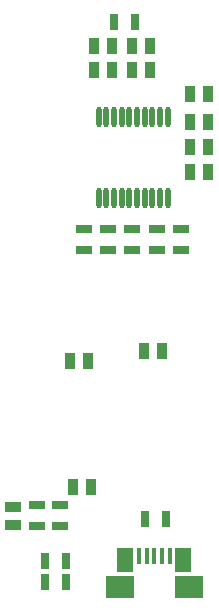
<source format=gtp>
G04 Layer_Color=7318015*
%FSLAX25Y25*%
%MOIN*%
G70*
G01*
G75*
%ADD10R,0.03740X0.05315*%
%ADD11R,0.05512X0.03150*%
%ADD12R,0.03150X0.05512*%
%ADD13R,0.09350X0.07480*%
%ADD14R,0.05807X0.08268*%
%ADD15R,0.01772X0.05433*%
%ADD16O,0.01772X0.07087*%
%ADD17R,0.05315X0.03740*%
D10*
X172449Y181500D02*
D03*
X178551D02*
D03*
X203051Y185000D02*
D03*
X196949D02*
D03*
X179551Y139500D02*
D03*
X173449D02*
D03*
X218551Y244500D02*
D03*
X212449D02*
D03*
X218551Y252833D02*
D03*
X212449D02*
D03*
X218551Y261167D02*
D03*
X212449D02*
D03*
X218551Y270500D02*
D03*
X212449D02*
D03*
X192949Y278500D02*
D03*
X199051D02*
D03*
X192949Y286500D02*
D03*
X199051D02*
D03*
X186551Y278500D02*
D03*
X180449D02*
D03*
X186551Y286500D02*
D03*
X180449D02*
D03*
D11*
X161500Y133638D02*
D03*
Y126638D02*
D03*
X193250Y225638D02*
D03*
Y218638D02*
D03*
X185125Y225638D02*
D03*
Y218638D02*
D03*
X201375Y225638D02*
D03*
Y218638D02*
D03*
X177000Y225638D02*
D03*
Y218638D02*
D03*
X209500Y225638D02*
D03*
Y218638D02*
D03*
X169000Y133638D02*
D03*
Y126638D02*
D03*
D12*
X171138Y108000D02*
D03*
X164138D02*
D03*
X171138Y115000D02*
D03*
X164138D02*
D03*
X194138Y294500D02*
D03*
X187138D02*
D03*
X197362Y129000D02*
D03*
X204362D02*
D03*
D13*
X189043Y106236D02*
D03*
X211957D02*
D03*
D14*
X210244Y115311D02*
D03*
X190756D02*
D03*
D15*
X195382Y116700D02*
D03*
X197941D02*
D03*
X205618D02*
D03*
X200500D02*
D03*
X203059D02*
D03*
D16*
X181984Y236114D02*
D03*
X184543D02*
D03*
X187102D02*
D03*
X189661D02*
D03*
X192220D02*
D03*
X194780D02*
D03*
X197339D02*
D03*
X199898D02*
D03*
X202457D02*
D03*
X205016D02*
D03*
X181984Y262886D02*
D03*
X184543D02*
D03*
X187102D02*
D03*
X189661D02*
D03*
X192220D02*
D03*
X194780D02*
D03*
X197339D02*
D03*
X199898D02*
D03*
X202457D02*
D03*
X205016D02*
D03*
D17*
X153500Y133051D02*
D03*
Y126949D02*
D03*
M02*

</source>
